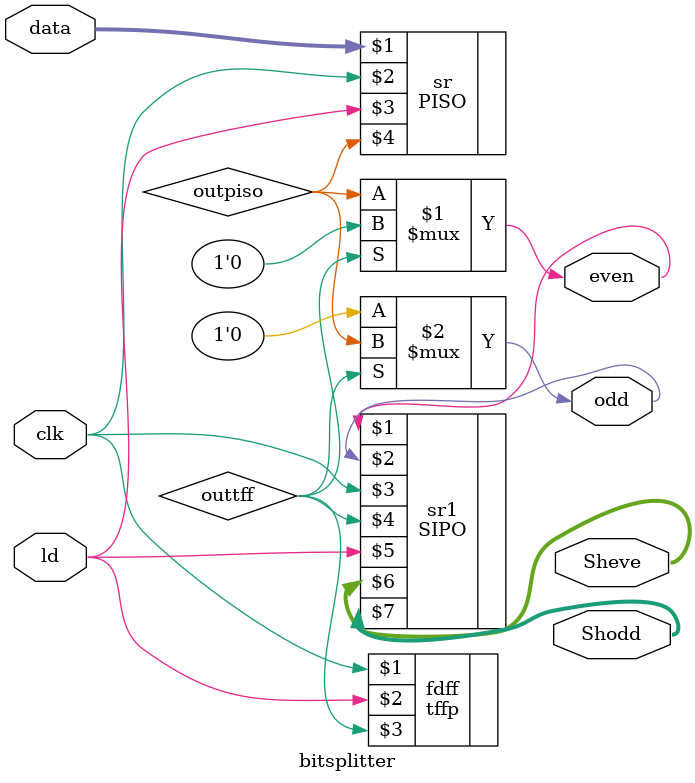
<source format=v>
module bitsplitter(
	input [7:0]data,
	input clk,
	input ld,
	output even,
	output odd,
	output [3:0]Sheve,
	output [3:0]Shodd
);
wire outpiso;
wire outtff;
wire held;
PISO sr(data,clk,ld,outpiso);
tffp fdff(clk,ld,outtff);
assign even=outtff?1'b0:outpiso;
assign odd=(outtff)?outpiso:1'b0;
SIPO sr1(even,odd,clk,outtff,ld,Sheve,Shodd);
endmodule
/*
module bitsplitter(
	input [7:0]data,
	input clk,
	input ld,
	output even,
	output odd
);
wire outpiso;
wire outtff;
PISO sr(data,clk,ld,outpiso);
tffp fdff(clk,ld,outtff);
assign even=odd=(outtff)?1'b0:outpiso;
assign odd=(outtff)?outpiso:1'b0;
endmodule
*/

</source>
